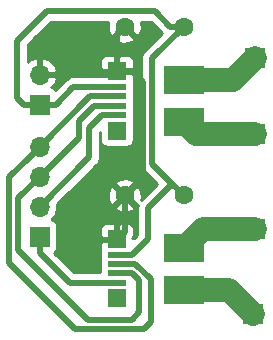
<source format=gbr>
G04 #@! TF.GenerationSoftware,KiCad,Pcbnew,5.0.2-bee76a0~70~ubuntu18.04.1*
G04 #@! TF.CreationDate,2019-12-02T13:59:34+01:00*
G04 #@! TF.ProjectId,current_sense_tli4970,63757272-656e-4745-9f73-656e73655f74,rev?*
G04 #@! TF.SameCoordinates,Original*
G04 #@! TF.FileFunction,Copper,L1,Top*
G04 #@! TF.FilePolarity,Positive*
%FSLAX46Y46*%
G04 Gerber Fmt 4.6, Leading zero omitted, Abs format (unit mm)*
G04 Created by KiCad (PCBNEW 5.0.2-bee76a0~70~ubuntu18.04.1) date Mo 02 Dez 2019 13:59:34 CET*
%MOMM*%
%LPD*%
G01*
G04 APERTURE LIST*
G04 #@! TA.AperFunction,ComponentPad*
%ADD10C,1.600000*%
G04 #@! TD*
G04 #@! TA.AperFunction,ComponentPad*
%ADD11R,1.700000X1.700000*%
G04 #@! TD*
G04 #@! TA.AperFunction,SMDPad,CuDef*
%ADD12R,1.600000X1.500000*%
G04 #@! TD*
G04 #@! TA.AperFunction,SMDPad,CuDef*
%ADD13R,1.600000X0.500000*%
G04 #@! TD*
G04 #@! TA.AperFunction,SMDPad,CuDef*
%ADD14R,3.480000X2.400000*%
G04 #@! TD*
G04 #@! TA.AperFunction,ComponentPad*
%ADD15O,1.700000X1.700000*%
G04 #@! TD*
G04 #@! TA.AperFunction,Conductor*
%ADD16C,0.500000*%
G04 #@! TD*
G04 #@! TA.AperFunction,Conductor*
%ADD17C,2.000000*%
G04 #@! TD*
G04 #@! TA.AperFunction,Conductor*
%ADD18C,0.254000*%
G04 #@! TD*
G04 APERTURE END LIST*
D10*
G04 #@! TO.P,C1,1*
G04 #@! TO.N,+3V3*
X16000000Y-3300000D03*
G04 #@! TO.P,C1,2*
G04 #@! TO.N,GND*
X11000000Y-3300000D03*
G04 #@! TD*
G04 #@! TO.P,C2,2*
G04 #@! TO.N,GND*
X11000000Y-17600000D03*
G04 #@! TO.P,C2,1*
G04 #@! TO.N,+3V3*
X16000000Y-17600000D03*
G04 #@! TD*
D11*
G04 #@! TO.P,J3,1*
G04 #@! TO.N,Net-(J3-Pad1)*
X22000000Y-12400000D03*
G04 #@! TD*
G04 #@! TO.P,J4,1*
G04 #@! TO.N,Net-(J4-Pad1)*
X22000000Y-6000000D03*
G04 #@! TD*
G04 #@! TO.P,J5,1*
G04 #@! TO.N,Net-(J5-Pad1)*
X21900000Y-27600000D03*
G04 #@! TD*
G04 #@! TO.P,J6,1*
G04 #@! TO.N,Net-(J6-Pad1)*
X22000000Y-20400000D03*
G04 #@! TD*
D12*
G04 #@! TO.P,U1,1*
G04 #@! TO.N,GND*
X10350000Y-7100000D03*
D13*
G04 #@! TO.P,U1,2*
G04 #@! TO.N,+3V3*
X10350000Y-8400000D03*
G04 #@! TO.P,U1,3*
G04 #@! TO.N,Net-(J1-Pad4)*
X10350000Y-9200000D03*
G04 #@! TO.P,U1,4*
G04 #@! TO.N,Net-(J1-Pad3)*
X10350000Y-10000000D03*
G04 #@! TO.P,U1,5*
G04 #@! TO.N,Net-(J1-Pad2)*
X10350000Y-10800000D03*
D12*
G04 #@! TO.P,U1,6*
G04 #@! TO.N,Net-(U1-Pad6)*
X10350000Y-12100000D03*
D14*
G04 #@! TO.P,U1,8*
G04 #@! TO.N,Net-(J4-Pad1)*
X16020000Y-7825000D03*
G04 #@! TO.P,U1,7*
G04 #@! TO.N,Net-(J3-Pad1)*
X16020000Y-11375000D03*
G04 #@! TD*
G04 #@! TO.P,U2,7*
G04 #@! TO.N,Net-(J5-Pad1)*
X16020000Y-25575000D03*
G04 #@! TO.P,U2,8*
G04 #@! TO.N,Net-(J6-Pad1)*
X16020000Y-22025000D03*
D12*
G04 #@! TO.P,U2,6*
G04 #@! TO.N,Net-(U2-Pad6)*
X10350000Y-26300000D03*
D13*
G04 #@! TO.P,U2,5*
G04 #@! TO.N,Net-(J1-Pad1)*
X10350000Y-25000000D03*
G04 #@! TO.P,U2,4*
G04 #@! TO.N,Net-(J1-Pad3)*
X10350000Y-24200000D03*
G04 #@! TO.P,U2,3*
G04 #@! TO.N,Net-(J1-Pad4)*
X10350000Y-23400000D03*
G04 #@! TO.P,U2,2*
G04 #@! TO.N,+3V3*
X10350000Y-22600000D03*
D12*
G04 #@! TO.P,U2,1*
G04 #@! TO.N,GND*
X10350000Y-21300000D03*
G04 #@! TD*
D11*
G04 #@! TO.P,J7,1*
G04 #@! TO.N,+3V3*
X3800000Y-9900000D03*
D15*
G04 #@! TO.P,J7,2*
G04 #@! TO.N,GND*
X3800000Y-7360000D03*
G04 #@! TD*
D11*
G04 #@! TO.P,J1,1*
G04 #@! TO.N,Net-(J1-Pad1)*
X3800000Y-21100000D03*
D15*
G04 #@! TO.P,J1,2*
G04 #@! TO.N,Net-(J1-Pad2)*
X3800000Y-18560000D03*
G04 #@! TO.P,J1,3*
G04 #@! TO.N,Net-(J1-Pad3)*
X3800000Y-16020000D03*
G04 #@! TO.P,J1,4*
G04 #@! TO.N,Net-(J1-Pad4)*
X3800000Y-13480000D03*
G04 #@! TD*
D16*
G04 #@! TO.N,+3V3*
X9050000Y-8400000D02*
X10350000Y-8400000D01*
X5150000Y-9900000D02*
X6650000Y-8400000D01*
X6650000Y-8400000D02*
X9050000Y-8400000D01*
X3800000Y-9900000D02*
X5150000Y-9900000D01*
X10350000Y-22600000D02*
X11650000Y-22600000D01*
X12950000Y-21300000D02*
X12950000Y-18950000D01*
X11650000Y-22600000D02*
X12950000Y-21300000D01*
X12950000Y-18650000D02*
X15000000Y-16600000D01*
X12950000Y-18950000D02*
X12950000Y-18650000D01*
X15000000Y-16600000D02*
X16000000Y-17600000D01*
X13300000Y-14900000D02*
X13500000Y-15100000D01*
X13300000Y-6000000D02*
X13300000Y-14900000D01*
X16000000Y-3300000D02*
X13300000Y-6000000D01*
X13500000Y-15100000D02*
X15000000Y-16600000D01*
X16000000Y-3300000D02*
X14868630Y-3300000D01*
X13568629Y-1999999D02*
X4400001Y-1999999D01*
X14868630Y-3300000D02*
X13568629Y-1999999D01*
X4400001Y-1999999D02*
X1900000Y-4500000D01*
X2450000Y-9900000D02*
X3800000Y-9900000D01*
X1900000Y-9350000D02*
X2450000Y-9900000D01*
X1900000Y-4500000D02*
X1900000Y-9350000D01*
G04 #@! TO.N,GND*
X10090000Y-7360000D02*
X10350000Y-7100000D01*
X3800000Y-7360000D02*
X10090000Y-7360000D01*
X10350000Y-3950000D02*
X11000000Y-3300000D01*
X10350000Y-7100000D02*
X10350000Y-3950000D01*
X11000000Y-20650000D02*
X10350000Y-21300000D01*
X11000000Y-17600000D02*
X11000000Y-20650000D01*
X11650000Y-7100000D02*
X10350000Y-7100000D01*
X12549991Y-7999991D02*
X11650000Y-7100000D01*
X12549991Y-16050009D02*
X12549991Y-7999991D01*
X11000000Y-17600000D02*
X12549991Y-16050009D01*
G04 #@! TO.N,Net-(J1-Pad1)*
X6350000Y-25000000D02*
X9050000Y-25000000D01*
X9050000Y-25000000D02*
X10350000Y-25000000D01*
X3800000Y-22450000D02*
X6350000Y-25000000D01*
X3800000Y-21100000D02*
X3800000Y-22450000D01*
G04 #@! TO.N,Net-(J1-Pad2)*
X9050000Y-10800000D02*
X8000000Y-11850000D01*
X10350000Y-10800000D02*
X9050000Y-10800000D01*
X8000000Y-14360000D02*
X3800000Y-18560000D01*
X8000000Y-11850000D02*
X8000000Y-14360000D01*
G04 #@! TO.N,Net-(J1-Pad3)*
X7020000Y-12800000D02*
X3800000Y-16020000D01*
X7100000Y-12720000D02*
X7020000Y-12800000D01*
X8400000Y-10000000D02*
X7100000Y-11300000D01*
X7100000Y-11300000D02*
X7100000Y-12720000D01*
X10350000Y-10000000D02*
X8400000Y-10000000D01*
X2000000Y-17820000D02*
X3800000Y-16020000D01*
X2000000Y-22200000D02*
X2000000Y-17820000D01*
X10350000Y-24200000D02*
X11650000Y-24200000D01*
X11650000Y-24200000D02*
X12200000Y-24750000D01*
X12200000Y-24750000D02*
X12200000Y-27500000D01*
X11600000Y-28100000D02*
X7900000Y-28100000D01*
X12200000Y-27500000D02*
X11600000Y-28100000D01*
X7900000Y-28100000D02*
X2000000Y-22200000D01*
D17*
G04 #@! TO.N,Net-(J3-Pad1)*
X17045000Y-12400000D02*
X16020000Y-11375000D01*
X22000000Y-12400000D02*
X17045000Y-12400000D01*
G04 #@! TO.N,Net-(J4-Pad1)*
X20175000Y-7825000D02*
X22000000Y-6000000D01*
X16020000Y-7825000D02*
X20175000Y-7825000D01*
G04 #@! TO.N,Net-(J5-Pad1)*
X19875000Y-25575000D02*
X21900000Y-27600000D01*
X16020000Y-25575000D02*
X19875000Y-25575000D01*
G04 #@! TO.N,Net-(J6-Pad1)*
X17645000Y-20400000D02*
X16020000Y-22025000D01*
X22000000Y-20400000D02*
X17645000Y-20400000D01*
D16*
G04 #@! TO.N,Net-(J1-Pad4)*
X8080000Y-9200000D02*
X3800000Y-13480000D01*
X10350000Y-9200000D02*
X8080000Y-9200000D01*
X11910674Y-23400000D02*
X13200000Y-24689326D01*
X10350000Y-23400000D02*
X11910674Y-23400000D01*
X13200000Y-24689326D02*
X13200000Y-28300000D01*
X13200000Y-28300000D02*
X12600000Y-28900000D01*
X12600000Y-28900000D02*
X6800000Y-28900000D01*
X2950001Y-14329999D02*
X3800000Y-13480000D01*
X1249990Y-16030010D02*
X2950001Y-14329999D01*
X1249990Y-23349990D02*
X1249990Y-16030010D01*
X6800000Y-28900000D02*
X1249990Y-23349990D01*
G04 #@! TD*
D18*
G04 #@! TO.N,GND*
G36*
X9553035Y-3083223D02*
X9580222Y-3653454D01*
X9746136Y-4054005D01*
X9992255Y-4128139D01*
X10820395Y-3300000D01*
X10806252Y-3285858D01*
X10985858Y-3106253D01*
X11000000Y-3120395D01*
X11014143Y-3106253D01*
X11193748Y-3285858D01*
X11179605Y-3300000D01*
X12007745Y-4128139D01*
X12253864Y-4054005D01*
X12446965Y-3516777D01*
X12419778Y-2946546D01*
X12394284Y-2884999D01*
X13202051Y-2884999D01*
X14181206Y-3864155D01*
X14182432Y-3865989D01*
X12735847Y-5312575D01*
X12661951Y-5361951D01*
X12466348Y-5654691D01*
X12415000Y-5912836D01*
X12415000Y-5912839D01*
X12397663Y-6000000D01*
X12415000Y-6087161D01*
X12415001Y-14812835D01*
X12397663Y-14900000D01*
X12466348Y-15245309D01*
X12612576Y-15464154D01*
X12612578Y-15464156D01*
X12661952Y-15538049D01*
X12735845Y-15587423D01*
X12812576Y-15664154D01*
X13748421Y-16600000D01*
X12399448Y-17948974D01*
X12446965Y-17816777D01*
X12419778Y-17246546D01*
X12253864Y-16845995D01*
X12007745Y-16771861D01*
X11179605Y-17600000D01*
X12007745Y-18428139D01*
X12097149Y-18401209D01*
X12065000Y-18562835D01*
X12065000Y-18562839D01*
X12047663Y-18650000D01*
X12065000Y-18737161D01*
X12065000Y-19037164D01*
X12065001Y-19037169D01*
X12065000Y-20933421D01*
X11785000Y-21213422D01*
X11785000Y-21172998D01*
X11626252Y-21172998D01*
X11785000Y-21014250D01*
X11785000Y-20423691D01*
X11688327Y-20190302D01*
X11509699Y-20011673D01*
X11276310Y-19915000D01*
X10635750Y-19915000D01*
X10477000Y-20073750D01*
X10477000Y-21173000D01*
X10497000Y-21173000D01*
X10497000Y-21427000D01*
X10477000Y-21427000D01*
X10477000Y-21447000D01*
X10223000Y-21447000D01*
X10223000Y-21427000D01*
X9073750Y-21427000D01*
X8915000Y-21585750D01*
X8915000Y-22176309D01*
X8929936Y-22212368D01*
X8902560Y-22350000D01*
X8902560Y-22850000D01*
X8932397Y-23000000D01*
X8902560Y-23150000D01*
X8902560Y-23650000D01*
X8932397Y-23800000D01*
X8902560Y-23950000D01*
X8902560Y-24115000D01*
X6716579Y-24115000D01*
X5048810Y-22447231D01*
X5107809Y-22407809D01*
X5248157Y-22197765D01*
X5297440Y-21950000D01*
X5297440Y-20423691D01*
X8915000Y-20423691D01*
X8915000Y-21014250D01*
X9073750Y-21173000D01*
X10223000Y-21173000D01*
X10223000Y-20073750D01*
X10064250Y-19915000D01*
X9423690Y-19915000D01*
X9190301Y-20011673D01*
X9011673Y-20190302D01*
X8915000Y-20423691D01*
X5297440Y-20423691D01*
X5297440Y-20250000D01*
X5248157Y-20002235D01*
X5107809Y-19792191D01*
X4897765Y-19651843D01*
X4852381Y-19642816D01*
X4870625Y-19630625D01*
X5198839Y-19139418D01*
X5304594Y-18607745D01*
X10171861Y-18607745D01*
X10245995Y-18853864D01*
X10783223Y-19046965D01*
X11353454Y-19019778D01*
X11754005Y-18853864D01*
X11828139Y-18607745D01*
X11000000Y-17779605D01*
X10171861Y-18607745D01*
X5304594Y-18607745D01*
X5314092Y-18560000D01*
X5270538Y-18341040D01*
X6228355Y-17383223D01*
X9553035Y-17383223D01*
X9580222Y-17953454D01*
X9746136Y-18354005D01*
X9992255Y-18428139D01*
X10820395Y-17600000D01*
X9992255Y-16771861D01*
X9746136Y-16845995D01*
X9553035Y-17383223D01*
X6228355Y-17383223D01*
X7019323Y-16592255D01*
X10171861Y-16592255D01*
X11000000Y-17420395D01*
X11828139Y-16592255D01*
X11754005Y-16346136D01*
X11216777Y-16153035D01*
X10646546Y-16180222D01*
X10245995Y-16346136D01*
X10171861Y-16592255D01*
X7019323Y-16592255D01*
X8564156Y-15047423D01*
X8638049Y-14998049D01*
X8800657Y-14754691D01*
X8833652Y-14705310D01*
X8885000Y-14447165D01*
X8885000Y-14447161D01*
X8902337Y-14360000D01*
X8885000Y-14272839D01*
X8885000Y-12216578D01*
X8902560Y-12199018D01*
X8902560Y-12850000D01*
X8951843Y-13097765D01*
X9092191Y-13307809D01*
X9302235Y-13448157D01*
X9550000Y-13497440D01*
X11150000Y-13497440D01*
X11397765Y-13448157D01*
X11607809Y-13307809D01*
X11748157Y-13097765D01*
X11797440Y-12850000D01*
X11797440Y-11350000D01*
X11767603Y-11200000D01*
X11797440Y-11050000D01*
X11797440Y-10550000D01*
X11767603Y-10400000D01*
X11797440Y-10250000D01*
X11797440Y-9750000D01*
X11767603Y-9600000D01*
X11797440Y-9450000D01*
X11797440Y-8950000D01*
X11767603Y-8800000D01*
X11797440Y-8650000D01*
X11797440Y-8150000D01*
X11770064Y-8012368D01*
X11785000Y-7976309D01*
X11785000Y-7385750D01*
X11626250Y-7227000D01*
X10477000Y-7227000D01*
X10477000Y-7247000D01*
X10223000Y-7247000D01*
X10223000Y-7227000D01*
X9073750Y-7227000D01*
X8915000Y-7385750D01*
X8915000Y-7515000D01*
X6737159Y-7515000D01*
X6649999Y-7497663D01*
X6562839Y-7515000D01*
X6562835Y-7515000D01*
X6304690Y-7566348D01*
X6304688Y-7566349D01*
X6304689Y-7566349D01*
X6085845Y-7712576D01*
X6085844Y-7712577D01*
X6011951Y-7761951D01*
X5962577Y-7835844D01*
X5147231Y-8651190D01*
X5107809Y-8592191D01*
X4897765Y-8451843D01*
X4794292Y-8431261D01*
X5071645Y-8126924D01*
X5241476Y-7716890D01*
X5120155Y-7487000D01*
X3927000Y-7487000D01*
X3927000Y-7507000D01*
X3673000Y-7507000D01*
X3673000Y-7487000D01*
X3653000Y-7487000D01*
X3653000Y-7233000D01*
X3673000Y-7233000D01*
X3673000Y-6039181D01*
X3927000Y-6039181D01*
X3927000Y-7233000D01*
X5120155Y-7233000D01*
X5241476Y-7003110D01*
X5071645Y-6593076D01*
X4735012Y-6223691D01*
X8915000Y-6223691D01*
X8915000Y-6814250D01*
X9073750Y-6973000D01*
X10223000Y-6973000D01*
X10223000Y-5873750D01*
X10477000Y-5873750D01*
X10477000Y-6973000D01*
X11626250Y-6973000D01*
X11785000Y-6814250D01*
X11785000Y-6223691D01*
X11688327Y-5990302D01*
X11509699Y-5811673D01*
X11276310Y-5715000D01*
X10635750Y-5715000D01*
X10477000Y-5873750D01*
X10223000Y-5873750D01*
X10064250Y-5715000D01*
X9423690Y-5715000D01*
X9190301Y-5811673D01*
X9011673Y-5990302D01*
X8915000Y-6223691D01*
X4735012Y-6223691D01*
X4681358Y-6164817D01*
X4156892Y-5918514D01*
X3927000Y-6039181D01*
X3673000Y-6039181D01*
X3443108Y-5918514D01*
X2918642Y-6164817D01*
X2785000Y-6311461D01*
X2785000Y-4866578D01*
X3343833Y-4307745D01*
X10171861Y-4307745D01*
X10245995Y-4553864D01*
X10783223Y-4746965D01*
X11353454Y-4719778D01*
X11754005Y-4553864D01*
X11828139Y-4307745D01*
X11000000Y-3479605D01*
X10171861Y-4307745D01*
X3343833Y-4307745D01*
X4766580Y-2884999D01*
X9624285Y-2884999D01*
X9553035Y-3083223D01*
X9553035Y-3083223D01*
G37*
X9553035Y-3083223D02*
X9580222Y-3653454D01*
X9746136Y-4054005D01*
X9992255Y-4128139D01*
X10820395Y-3300000D01*
X10806252Y-3285858D01*
X10985858Y-3106253D01*
X11000000Y-3120395D01*
X11014143Y-3106253D01*
X11193748Y-3285858D01*
X11179605Y-3300000D01*
X12007745Y-4128139D01*
X12253864Y-4054005D01*
X12446965Y-3516777D01*
X12419778Y-2946546D01*
X12394284Y-2884999D01*
X13202051Y-2884999D01*
X14181206Y-3864155D01*
X14182432Y-3865989D01*
X12735847Y-5312575D01*
X12661951Y-5361951D01*
X12466348Y-5654691D01*
X12415000Y-5912836D01*
X12415000Y-5912839D01*
X12397663Y-6000000D01*
X12415000Y-6087161D01*
X12415001Y-14812835D01*
X12397663Y-14900000D01*
X12466348Y-15245309D01*
X12612576Y-15464154D01*
X12612578Y-15464156D01*
X12661952Y-15538049D01*
X12735845Y-15587423D01*
X12812576Y-15664154D01*
X13748421Y-16600000D01*
X12399448Y-17948974D01*
X12446965Y-17816777D01*
X12419778Y-17246546D01*
X12253864Y-16845995D01*
X12007745Y-16771861D01*
X11179605Y-17600000D01*
X12007745Y-18428139D01*
X12097149Y-18401209D01*
X12065000Y-18562835D01*
X12065000Y-18562839D01*
X12047663Y-18650000D01*
X12065000Y-18737161D01*
X12065000Y-19037164D01*
X12065001Y-19037169D01*
X12065000Y-20933421D01*
X11785000Y-21213422D01*
X11785000Y-21172998D01*
X11626252Y-21172998D01*
X11785000Y-21014250D01*
X11785000Y-20423691D01*
X11688327Y-20190302D01*
X11509699Y-20011673D01*
X11276310Y-19915000D01*
X10635750Y-19915000D01*
X10477000Y-20073750D01*
X10477000Y-21173000D01*
X10497000Y-21173000D01*
X10497000Y-21427000D01*
X10477000Y-21427000D01*
X10477000Y-21447000D01*
X10223000Y-21447000D01*
X10223000Y-21427000D01*
X9073750Y-21427000D01*
X8915000Y-21585750D01*
X8915000Y-22176309D01*
X8929936Y-22212368D01*
X8902560Y-22350000D01*
X8902560Y-22850000D01*
X8932397Y-23000000D01*
X8902560Y-23150000D01*
X8902560Y-23650000D01*
X8932397Y-23800000D01*
X8902560Y-23950000D01*
X8902560Y-24115000D01*
X6716579Y-24115000D01*
X5048810Y-22447231D01*
X5107809Y-22407809D01*
X5248157Y-22197765D01*
X5297440Y-21950000D01*
X5297440Y-20423691D01*
X8915000Y-20423691D01*
X8915000Y-21014250D01*
X9073750Y-21173000D01*
X10223000Y-21173000D01*
X10223000Y-20073750D01*
X10064250Y-19915000D01*
X9423690Y-19915000D01*
X9190301Y-20011673D01*
X9011673Y-20190302D01*
X8915000Y-20423691D01*
X5297440Y-20423691D01*
X5297440Y-20250000D01*
X5248157Y-20002235D01*
X5107809Y-19792191D01*
X4897765Y-19651843D01*
X4852381Y-19642816D01*
X4870625Y-19630625D01*
X5198839Y-19139418D01*
X5304594Y-18607745D01*
X10171861Y-18607745D01*
X10245995Y-18853864D01*
X10783223Y-19046965D01*
X11353454Y-19019778D01*
X11754005Y-18853864D01*
X11828139Y-18607745D01*
X11000000Y-17779605D01*
X10171861Y-18607745D01*
X5304594Y-18607745D01*
X5314092Y-18560000D01*
X5270538Y-18341040D01*
X6228355Y-17383223D01*
X9553035Y-17383223D01*
X9580222Y-17953454D01*
X9746136Y-18354005D01*
X9992255Y-18428139D01*
X10820395Y-17600000D01*
X9992255Y-16771861D01*
X9746136Y-16845995D01*
X9553035Y-17383223D01*
X6228355Y-17383223D01*
X7019323Y-16592255D01*
X10171861Y-16592255D01*
X11000000Y-17420395D01*
X11828139Y-16592255D01*
X11754005Y-16346136D01*
X11216777Y-16153035D01*
X10646546Y-16180222D01*
X10245995Y-16346136D01*
X10171861Y-16592255D01*
X7019323Y-16592255D01*
X8564156Y-15047423D01*
X8638049Y-14998049D01*
X8800657Y-14754691D01*
X8833652Y-14705310D01*
X8885000Y-14447165D01*
X8885000Y-14447161D01*
X8902337Y-14360000D01*
X8885000Y-14272839D01*
X8885000Y-12216578D01*
X8902560Y-12199018D01*
X8902560Y-12850000D01*
X8951843Y-13097765D01*
X9092191Y-13307809D01*
X9302235Y-13448157D01*
X9550000Y-13497440D01*
X11150000Y-13497440D01*
X11397765Y-13448157D01*
X11607809Y-13307809D01*
X11748157Y-13097765D01*
X11797440Y-12850000D01*
X11797440Y-11350000D01*
X11767603Y-11200000D01*
X11797440Y-11050000D01*
X11797440Y-10550000D01*
X11767603Y-10400000D01*
X11797440Y-10250000D01*
X11797440Y-9750000D01*
X11767603Y-9600000D01*
X11797440Y-9450000D01*
X11797440Y-8950000D01*
X11767603Y-8800000D01*
X11797440Y-8650000D01*
X11797440Y-8150000D01*
X11770064Y-8012368D01*
X11785000Y-7976309D01*
X11785000Y-7385750D01*
X11626250Y-7227000D01*
X10477000Y-7227000D01*
X10477000Y-7247000D01*
X10223000Y-7247000D01*
X10223000Y-7227000D01*
X9073750Y-7227000D01*
X8915000Y-7385750D01*
X8915000Y-7515000D01*
X6737159Y-7515000D01*
X6649999Y-7497663D01*
X6562839Y-7515000D01*
X6562835Y-7515000D01*
X6304690Y-7566348D01*
X6304688Y-7566349D01*
X6304689Y-7566349D01*
X6085845Y-7712576D01*
X6085844Y-7712577D01*
X6011951Y-7761951D01*
X5962577Y-7835844D01*
X5147231Y-8651190D01*
X5107809Y-8592191D01*
X4897765Y-8451843D01*
X4794292Y-8431261D01*
X5071645Y-8126924D01*
X5241476Y-7716890D01*
X5120155Y-7487000D01*
X3927000Y-7487000D01*
X3927000Y-7507000D01*
X3673000Y-7507000D01*
X3673000Y-7487000D01*
X3653000Y-7487000D01*
X3653000Y-7233000D01*
X3673000Y-7233000D01*
X3673000Y-6039181D01*
X3927000Y-6039181D01*
X3927000Y-7233000D01*
X5120155Y-7233000D01*
X5241476Y-7003110D01*
X5071645Y-6593076D01*
X4735012Y-6223691D01*
X8915000Y-6223691D01*
X8915000Y-6814250D01*
X9073750Y-6973000D01*
X10223000Y-6973000D01*
X10223000Y-5873750D01*
X10477000Y-5873750D01*
X10477000Y-6973000D01*
X11626250Y-6973000D01*
X11785000Y-6814250D01*
X11785000Y-6223691D01*
X11688327Y-5990302D01*
X11509699Y-5811673D01*
X11276310Y-5715000D01*
X10635750Y-5715000D01*
X10477000Y-5873750D01*
X10223000Y-5873750D01*
X10064250Y-5715000D01*
X9423690Y-5715000D01*
X9190301Y-5811673D01*
X9011673Y-5990302D01*
X8915000Y-6223691D01*
X4735012Y-6223691D01*
X4681358Y-6164817D01*
X4156892Y-5918514D01*
X3927000Y-6039181D01*
X3673000Y-6039181D01*
X3443108Y-5918514D01*
X2918642Y-6164817D01*
X2785000Y-6311461D01*
X2785000Y-4866578D01*
X3343833Y-4307745D01*
X10171861Y-4307745D01*
X10245995Y-4553864D01*
X10783223Y-4746965D01*
X11353454Y-4719778D01*
X11754005Y-4553864D01*
X11828139Y-4307745D01*
X11000000Y-3479605D01*
X10171861Y-4307745D01*
X3343833Y-4307745D01*
X4766580Y-2884999D01*
X9624285Y-2884999D01*
X9553035Y-3083223D01*
G04 #@! TD*
M02*

</source>
